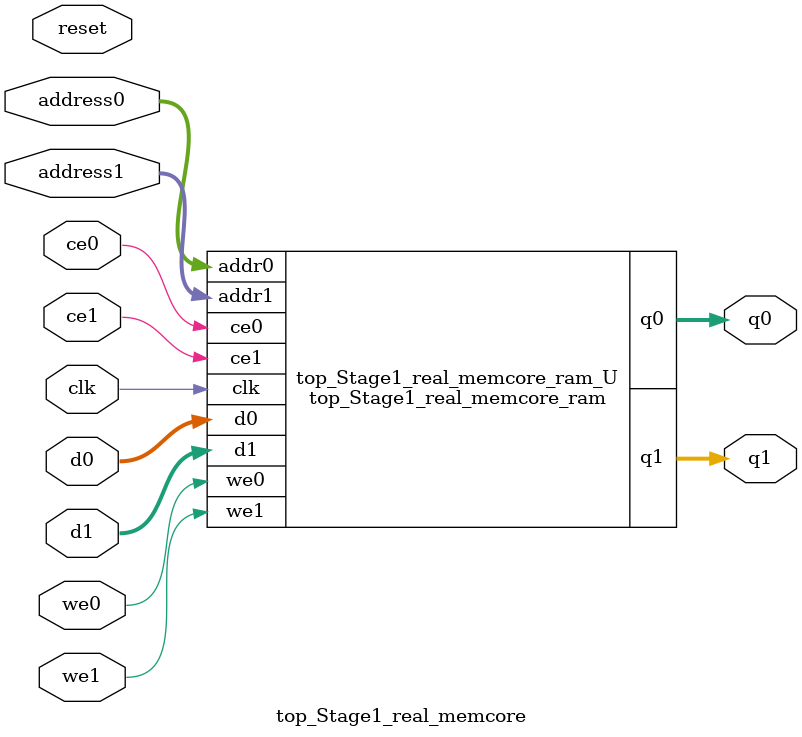
<source format=v>

`timescale 1 ns / 1 ps
module top_Stage1_real_memcore_ram (addr0, ce0, d0, we0, q0, addr1, ce1, d1, we1, q1,  clk);

parameter DWIDTH = 32;
parameter AWIDTH = 9;
parameter MEM_SIZE = 512;

input[AWIDTH-1:0] addr0;
input ce0;
input[DWIDTH-1:0] d0;
input we0;
output reg[DWIDTH-1:0] q0;
input[AWIDTH-1:0] addr1;
input ce1;
input[DWIDTH-1:0] d1;
input we1;
output reg[DWIDTH-1:0] q1;
input clk;

(* ram_style = "block" *)reg [DWIDTH-1:0] ram[0:MEM_SIZE-1];




always @(posedge clk)  
begin 
    if (ce0) 
    begin
        if (we0) 
        begin 
            ram[addr0] <= d0; 
            q0 <= d0;
        end 
        else 
            q0 <= ram[addr0];
    end
end


always @(posedge clk)  
begin 
    if (ce1) 
    begin
        if (we1) 
        begin 
            ram[addr1] <= d1; 
            q1 <= d1;
        end 
        else 
            q1 <= ram[addr1];
    end
end


endmodule


`timescale 1 ns / 1 ps
module top_Stage1_real_memcore(
    reset,
    clk,
    address0,
    ce0,
    we0,
    d0,
    q0,
    address1,
    ce1,
    we1,
    d1,
    q1);

parameter DataWidth = 32'd32;
parameter AddressRange = 32'd512;
parameter AddressWidth = 32'd9;
input reset;
input clk;
input[AddressWidth - 1:0] address0;
input ce0;
input we0;
input[DataWidth - 1:0] d0;
output[DataWidth - 1:0] q0;
input[AddressWidth - 1:0] address1;
input ce1;
input we1;
input[DataWidth - 1:0] d1;
output[DataWidth - 1:0] q1;



top_Stage1_real_memcore_ram top_Stage1_real_memcore_ram_U(
    .clk( clk ),
    .addr0( address0 ),
    .ce0( ce0 ),
    .d0( d0 ),
    .we0( we0 ),
    .q0( q0 ),
    .addr1( address1 ),
    .ce1( ce1 ),
    .d1( d1 ),
    .we1( we1 ),
    .q1( q1 ));

endmodule


</source>
